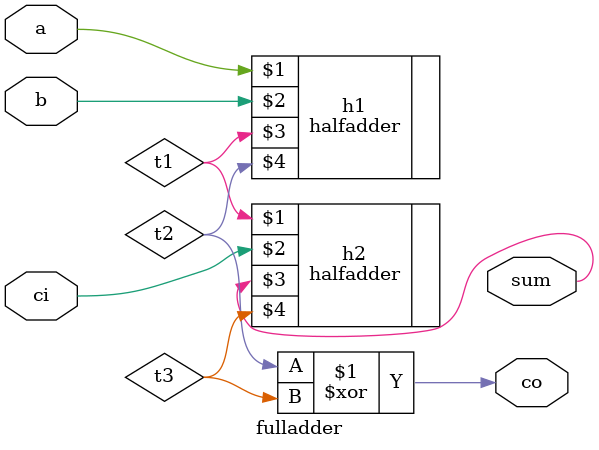
<source format=v>
`timescale 1ns / 1ps


module fulladder(
    input a,
    input b,
    input ci,
    output sum,
    output co
    );
    wire t1,t2,t3;
    halfadder h1(a,b,t1,t2);
    halfadder h2(t1,ci,sum,t3);
    assign co=t2^t3;
endmodule

</source>
